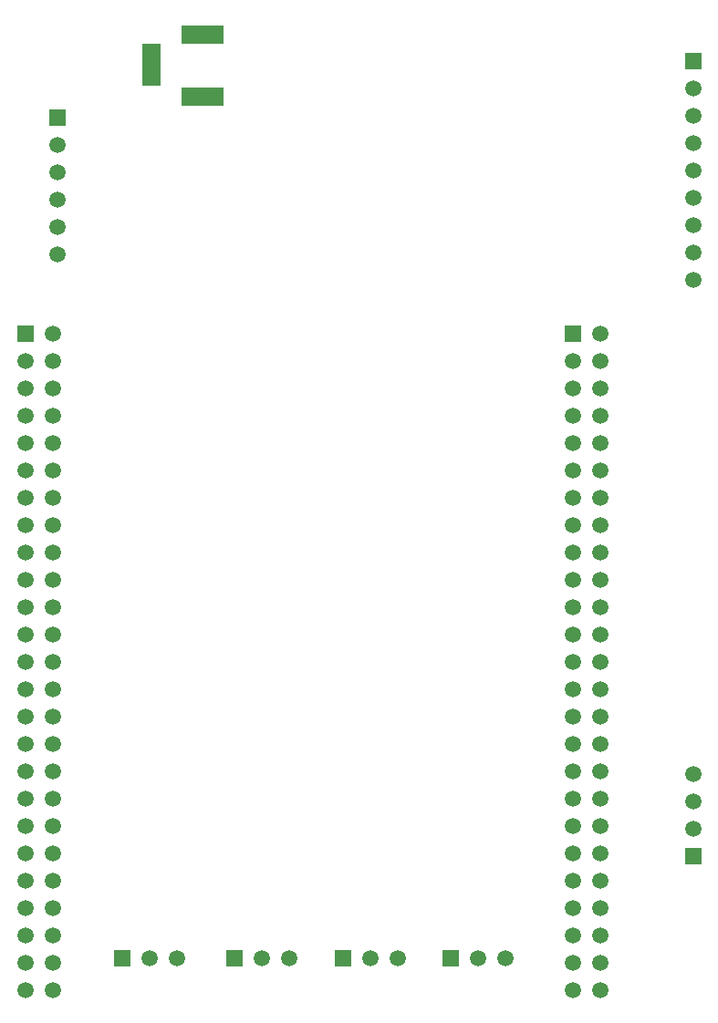
<source format=gbl>
G04*
G04 #@! TF.GenerationSoftware,Altium Limited,Altium Designer,20.0.10 (225)*
G04*
G04 Layer_Physical_Order=2*
G04 Layer_Color=16711680*
%FSLAX25Y25*%
%MOIN*%
G70*
G01*
G75*
%ADD30R,0.15748X0.07087*%
%ADD31R,0.07087X0.15748*%
%ADD32R,0.05906X0.05906*%
%ADD33C,0.05906*%
%ADD34R,0.05906X0.05906*%
D30*
X84646Y346457D02*
D03*
Y369291D02*
D03*
D31*
X65748Y358268D02*
D03*
D32*
X55118Y31496D02*
D03*
X96299D02*
D03*
X135669D02*
D03*
X175039D02*
D03*
D33*
X65118D02*
D03*
X75118D02*
D03*
X106299D02*
D03*
X116299D02*
D03*
X145669D02*
D03*
X155669D02*
D03*
X185039D02*
D03*
X195039D02*
D03*
X31496Y288898D02*
D03*
Y298898D02*
D03*
Y308898D02*
D03*
Y318898D02*
D03*
Y328898D02*
D03*
X229685Y259685D02*
D03*
X219685Y249685D02*
D03*
X229685D02*
D03*
X219685Y239685D02*
D03*
X229685D02*
D03*
X219685Y229685D02*
D03*
X229685D02*
D03*
X219685Y219685D02*
D03*
X229685D02*
D03*
X219685Y209685D02*
D03*
X229685D02*
D03*
X219685Y199685D02*
D03*
X229685D02*
D03*
X219685Y189685D02*
D03*
X229685D02*
D03*
X219685Y179685D02*
D03*
X229685D02*
D03*
X219685Y169685D02*
D03*
X229685D02*
D03*
X219685Y159685D02*
D03*
X229685D02*
D03*
X219685Y149685D02*
D03*
X229685D02*
D03*
X219685Y139685D02*
D03*
X229685D02*
D03*
X219685Y129685D02*
D03*
X229685D02*
D03*
X219685Y119685D02*
D03*
X229685D02*
D03*
X219685Y109685D02*
D03*
X229685D02*
D03*
X219685Y99685D02*
D03*
X229685D02*
D03*
X219685Y89685D02*
D03*
X229685D02*
D03*
X219685Y79685D02*
D03*
X229685D02*
D03*
X219685Y69685D02*
D03*
X229685D02*
D03*
X219685Y59685D02*
D03*
X229685D02*
D03*
X219685Y49685D02*
D03*
X229685D02*
D03*
X219685Y39685D02*
D03*
X229685D02*
D03*
X219685Y29685D02*
D03*
X229685D02*
D03*
X219685Y19685D02*
D03*
X229685D02*
D03*
X29685Y259685D02*
D03*
X19685Y249685D02*
D03*
X29685D02*
D03*
X19685Y239685D02*
D03*
X29685D02*
D03*
X19685Y229685D02*
D03*
X29685D02*
D03*
X19685Y219685D02*
D03*
X29685D02*
D03*
X19685Y209685D02*
D03*
X29685D02*
D03*
X19685Y199685D02*
D03*
X29685D02*
D03*
X19685Y189685D02*
D03*
X29685D02*
D03*
X19685Y179685D02*
D03*
X29685D02*
D03*
X19685Y169685D02*
D03*
X29685D02*
D03*
X19685Y159685D02*
D03*
X29685D02*
D03*
X19685Y149685D02*
D03*
X29685D02*
D03*
X19685Y139685D02*
D03*
X29685D02*
D03*
X19685Y129685D02*
D03*
X29685D02*
D03*
X19685Y119685D02*
D03*
X29685D02*
D03*
X19685Y109685D02*
D03*
X29685D02*
D03*
X19685Y99685D02*
D03*
X29685D02*
D03*
X19685Y89685D02*
D03*
X29685D02*
D03*
X19685Y79685D02*
D03*
X29685D02*
D03*
X19685Y69685D02*
D03*
X29685D02*
D03*
X19685Y59685D02*
D03*
X29685D02*
D03*
X19685Y49685D02*
D03*
X29685D02*
D03*
X19685Y39685D02*
D03*
X29685D02*
D03*
X19685Y29685D02*
D03*
X29685D02*
D03*
X19685Y19685D02*
D03*
X29685D02*
D03*
X263780Y349370D02*
D03*
Y279370D02*
D03*
Y289370D02*
D03*
Y299370D02*
D03*
Y309370D02*
D03*
Y319370D02*
D03*
Y329370D02*
D03*
Y339370D02*
D03*
X263681Y78740D02*
D03*
Y88740D02*
D03*
Y98740D02*
D03*
D34*
X31496Y338898D02*
D03*
X219685Y259685D02*
D03*
X19685D02*
D03*
X263780Y359370D02*
D03*
X263681Y68740D02*
D03*
M02*

</source>
